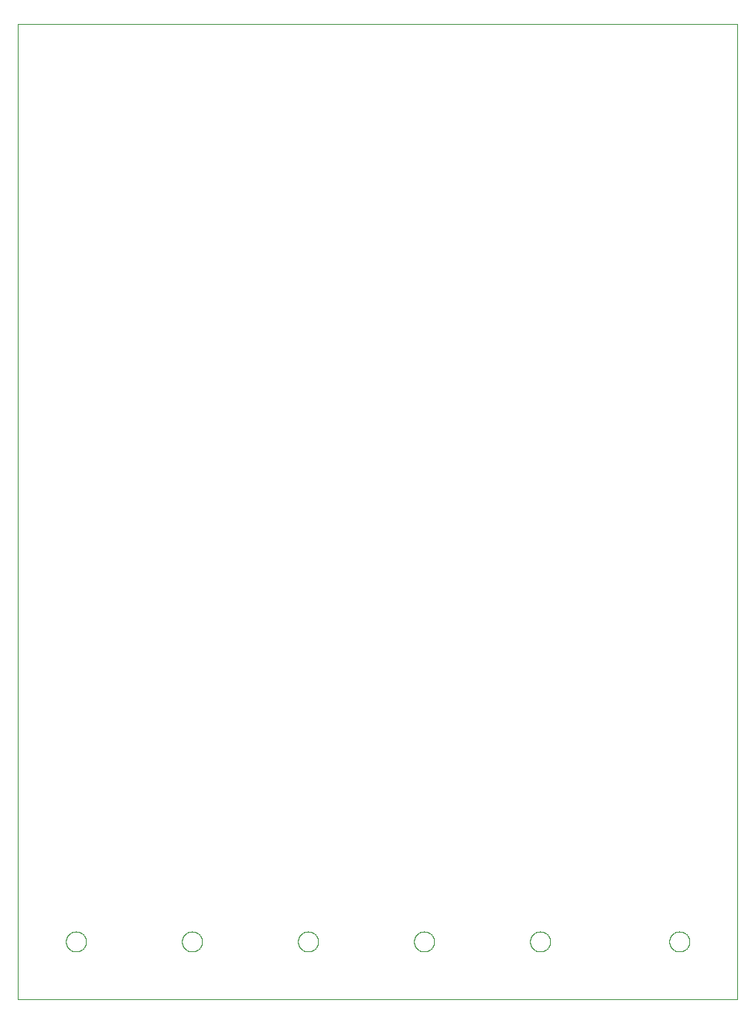
<source format=gbp>
G75*
%MOIN*%
%OFA0B0*%
%FSLAX25Y25*%
%IPPOS*%
%LPD*%
%AMOC8*
5,1,8,0,0,1.08239X$1,22.5*
%
%ADD10C,0.00000*%
D10*
X0001800Y0001800D02*
X0001800Y0421800D01*
X0311721Y0421800D01*
X0311721Y0001800D01*
X0001800Y0001800D01*
X0022469Y0026800D02*
X0022471Y0026931D01*
X0022477Y0027063D01*
X0022487Y0027194D01*
X0022501Y0027325D01*
X0022519Y0027455D01*
X0022541Y0027584D01*
X0022566Y0027713D01*
X0022596Y0027841D01*
X0022630Y0027968D01*
X0022667Y0028095D01*
X0022708Y0028219D01*
X0022753Y0028343D01*
X0022802Y0028465D01*
X0022854Y0028586D01*
X0022910Y0028704D01*
X0022970Y0028822D01*
X0023033Y0028937D01*
X0023100Y0029050D01*
X0023170Y0029162D01*
X0023243Y0029271D01*
X0023319Y0029377D01*
X0023399Y0029482D01*
X0023482Y0029584D01*
X0023568Y0029683D01*
X0023657Y0029780D01*
X0023749Y0029874D01*
X0023844Y0029965D01*
X0023941Y0030054D01*
X0024041Y0030139D01*
X0024144Y0030221D01*
X0024249Y0030300D01*
X0024356Y0030376D01*
X0024466Y0030448D01*
X0024578Y0030517D01*
X0024692Y0030583D01*
X0024807Y0030645D01*
X0024925Y0030704D01*
X0025044Y0030759D01*
X0025165Y0030811D01*
X0025288Y0030858D01*
X0025412Y0030902D01*
X0025537Y0030943D01*
X0025663Y0030979D01*
X0025791Y0031012D01*
X0025919Y0031040D01*
X0026048Y0031065D01*
X0026178Y0031086D01*
X0026308Y0031103D01*
X0026439Y0031116D01*
X0026570Y0031125D01*
X0026701Y0031130D01*
X0026833Y0031131D01*
X0026964Y0031128D01*
X0027096Y0031121D01*
X0027227Y0031110D01*
X0027357Y0031095D01*
X0027487Y0031076D01*
X0027617Y0031053D01*
X0027745Y0031027D01*
X0027873Y0030996D01*
X0028000Y0030961D01*
X0028126Y0030923D01*
X0028250Y0030881D01*
X0028374Y0030835D01*
X0028495Y0030785D01*
X0028615Y0030732D01*
X0028734Y0030675D01*
X0028851Y0030615D01*
X0028965Y0030551D01*
X0029078Y0030483D01*
X0029189Y0030412D01*
X0029298Y0030338D01*
X0029404Y0030261D01*
X0029508Y0030180D01*
X0029609Y0030097D01*
X0029708Y0030010D01*
X0029804Y0029920D01*
X0029897Y0029827D01*
X0029988Y0029732D01*
X0030075Y0029634D01*
X0030160Y0029533D01*
X0030241Y0029430D01*
X0030319Y0029324D01*
X0030394Y0029216D01*
X0030466Y0029106D01*
X0030534Y0028994D01*
X0030599Y0028880D01*
X0030660Y0028763D01*
X0030718Y0028645D01*
X0030772Y0028525D01*
X0030823Y0028404D01*
X0030870Y0028281D01*
X0030913Y0028157D01*
X0030952Y0028032D01*
X0030988Y0027905D01*
X0031019Y0027777D01*
X0031047Y0027649D01*
X0031071Y0027520D01*
X0031091Y0027390D01*
X0031107Y0027259D01*
X0031119Y0027128D01*
X0031127Y0026997D01*
X0031131Y0026866D01*
X0031131Y0026734D01*
X0031127Y0026603D01*
X0031119Y0026472D01*
X0031107Y0026341D01*
X0031091Y0026210D01*
X0031071Y0026080D01*
X0031047Y0025951D01*
X0031019Y0025823D01*
X0030988Y0025695D01*
X0030952Y0025568D01*
X0030913Y0025443D01*
X0030870Y0025319D01*
X0030823Y0025196D01*
X0030772Y0025075D01*
X0030718Y0024955D01*
X0030660Y0024837D01*
X0030599Y0024720D01*
X0030534Y0024606D01*
X0030466Y0024494D01*
X0030394Y0024384D01*
X0030319Y0024276D01*
X0030241Y0024170D01*
X0030160Y0024067D01*
X0030075Y0023966D01*
X0029988Y0023868D01*
X0029897Y0023773D01*
X0029804Y0023680D01*
X0029708Y0023590D01*
X0029609Y0023503D01*
X0029508Y0023420D01*
X0029404Y0023339D01*
X0029298Y0023262D01*
X0029189Y0023188D01*
X0029078Y0023117D01*
X0028966Y0023049D01*
X0028851Y0022985D01*
X0028734Y0022925D01*
X0028615Y0022868D01*
X0028495Y0022815D01*
X0028374Y0022765D01*
X0028250Y0022719D01*
X0028126Y0022677D01*
X0028000Y0022639D01*
X0027873Y0022604D01*
X0027745Y0022573D01*
X0027617Y0022547D01*
X0027487Y0022524D01*
X0027357Y0022505D01*
X0027227Y0022490D01*
X0027096Y0022479D01*
X0026964Y0022472D01*
X0026833Y0022469D01*
X0026701Y0022470D01*
X0026570Y0022475D01*
X0026439Y0022484D01*
X0026308Y0022497D01*
X0026178Y0022514D01*
X0026048Y0022535D01*
X0025919Y0022560D01*
X0025791Y0022588D01*
X0025663Y0022621D01*
X0025537Y0022657D01*
X0025412Y0022698D01*
X0025288Y0022742D01*
X0025165Y0022789D01*
X0025044Y0022841D01*
X0024925Y0022896D01*
X0024807Y0022955D01*
X0024692Y0023017D01*
X0024578Y0023083D01*
X0024466Y0023152D01*
X0024356Y0023224D01*
X0024249Y0023300D01*
X0024144Y0023379D01*
X0024041Y0023461D01*
X0023941Y0023546D01*
X0023844Y0023635D01*
X0023749Y0023726D01*
X0023657Y0023820D01*
X0023568Y0023917D01*
X0023482Y0024016D01*
X0023399Y0024118D01*
X0023319Y0024223D01*
X0023243Y0024329D01*
X0023170Y0024438D01*
X0023100Y0024550D01*
X0023033Y0024663D01*
X0022970Y0024778D01*
X0022910Y0024896D01*
X0022854Y0025014D01*
X0022802Y0025135D01*
X0022753Y0025257D01*
X0022708Y0025381D01*
X0022667Y0025505D01*
X0022630Y0025632D01*
X0022596Y0025759D01*
X0022566Y0025887D01*
X0022541Y0026016D01*
X0022519Y0026145D01*
X0022501Y0026275D01*
X0022487Y0026406D01*
X0022477Y0026537D01*
X0022471Y0026669D01*
X0022469Y0026800D01*
X0072469Y0026800D02*
X0072471Y0026931D01*
X0072477Y0027063D01*
X0072487Y0027194D01*
X0072501Y0027325D01*
X0072519Y0027455D01*
X0072541Y0027584D01*
X0072566Y0027713D01*
X0072596Y0027841D01*
X0072630Y0027968D01*
X0072667Y0028095D01*
X0072708Y0028219D01*
X0072753Y0028343D01*
X0072802Y0028465D01*
X0072854Y0028586D01*
X0072910Y0028704D01*
X0072970Y0028822D01*
X0073033Y0028937D01*
X0073100Y0029050D01*
X0073170Y0029162D01*
X0073243Y0029271D01*
X0073319Y0029377D01*
X0073399Y0029482D01*
X0073482Y0029584D01*
X0073568Y0029683D01*
X0073657Y0029780D01*
X0073749Y0029874D01*
X0073844Y0029965D01*
X0073941Y0030054D01*
X0074041Y0030139D01*
X0074144Y0030221D01*
X0074249Y0030300D01*
X0074356Y0030376D01*
X0074466Y0030448D01*
X0074578Y0030517D01*
X0074692Y0030583D01*
X0074807Y0030645D01*
X0074925Y0030704D01*
X0075044Y0030759D01*
X0075165Y0030811D01*
X0075288Y0030858D01*
X0075412Y0030902D01*
X0075537Y0030943D01*
X0075663Y0030979D01*
X0075791Y0031012D01*
X0075919Y0031040D01*
X0076048Y0031065D01*
X0076178Y0031086D01*
X0076308Y0031103D01*
X0076439Y0031116D01*
X0076570Y0031125D01*
X0076701Y0031130D01*
X0076833Y0031131D01*
X0076964Y0031128D01*
X0077096Y0031121D01*
X0077227Y0031110D01*
X0077357Y0031095D01*
X0077487Y0031076D01*
X0077617Y0031053D01*
X0077745Y0031027D01*
X0077873Y0030996D01*
X0078000Y0030961D01*
X0078126Y0030923D01*
X0078250Y0030881D01*
X0078374Y0030835D01*
X0078495Y0030785D01*
X0078615Y0030732D01*
X0078734Y0030675D01*
X0078851Y0030615D01*
X0078965Y0030551D01*
X0079078Y0030483D01*
X0079189Y0030412D01*
X0079298Y0030338D01*
X0079404Y0030261D01*
X0079508Y0030180D01*
X0079609Y0030097D01*
X0079708Y0030010D01*
X0079804Y0029920D01*
X0079897Y0029827D01*
X0079988Y0029732D01*
X0080075Y0029634D01*
X0080160Y0029533D01*
X0080241Y0029430D01*
X0080319Y0029324D01*
X0080394Y0029216D01*
X0080466Y0029106D01*
X0080534Y0028994D01*
X0080599Y0028880D01*
X0080660Y0028763D01*
X0080718Y0028645D01*
X0080772Y0028525D01*
X0080823Y0028404D01*
X0080870Y0028281D01*
X0080913Y0028157D01*
X0080952Y0028032D01*
X0080988Y0027905D01*
X0081019Y0027777D01*
X0081047Y0027649D01*
X0081071Y0027520D01*
X0081091Y0027390D01*
X0081107Y0027259D01*
X0081119Y0027128D01*
X0081127Y0026997D01*
X0081131Y0026866D01*
X0081131Y0026734D01*
X0081127Y0026603D01*
X0081119Y0026472D01*
X0081107Y0026341D01*
X0081091Y0026210D01*
X0081071Y0026080D01*
X0081047Y0025951D01*
X0081019Y0025823D01*
X0080988Y0025695D01*
X0080952Y0025568D01*
X0080913Y0025443D01*
X0080870Y0025319D01*
X0080823Y0025196D01*
X0080772Y0025075D01*
X0080718Y0024955D01*
X0080660Y0024837D01*
X0080599Y0024720D01*
X0080534Y0024606D01*
X0080466Y0024494D01*
X0080394Y0024384D01*
X0080319Y0024276D01*
X0080241Y0024170D01*
X0080160Y0024067D01*
X0080075Y0023966D01*
X0079988Y0023868D01*
X0079897Y0023773D01*
X0079804Y0023680D01*
X0079708Y0023590D01*
X0079609Y0023503D01*
X0079508Y0023420D01*
X0079404Y0023339D01*
X0079298Y0023262D01*
X0079189Y0023188D01*
X0079078Y0023117D01*
X0078966Y0023049D01*
X0078851Y0022985D01*
X0078734Y0022925D01*
X0078615Y0022868D01*
X0078495Y0022815D01*
X0078374Y0022765D01*
X0078250Y0022719D01*
X0078126Y0022677D01*
X0078000Y0022639D01*
X0077873Y0022604D01*
X0077745Y0022573D01*
X0077617Y0022547D01*
X0077487Y0022524D01*
X0077357Y0022505D01*
X0077227Y0022490D01*
X0077096Y0022479D01*
X0076964Y0022472D01*
X0076833Y0022469D01*
X0076701Y0022470D01*
X0076570Y0022475D01*
X0076439Y0022484D01*
X0076308Y0022497D01*
X0076178Y0022514D01*
X0076048Y0022535D01*
X0075919Y0022560D01*
X0075791Y0022588D01*
X0075663Y0022621D01*
X0075537Y0022657D01*
X0075412Y0022698D01*
X0075288Y0022742D01*
X0075165Y0022789D01*
X0075044Y0022841D01*
X0074925Y0022896D01*
X0074807Y0022955D01*
X0074692Y0023017D01*
X0074578Y0023083D01*
X0074466Y0023152D01*
X0074356Y0023224D01*
X0074249Y0023300D01*
X0074144Y0023379D01*
X0074041Y0023461D01*
X0073941Y0023546D01*
X0073844Y0023635D01*
X0073749Y0023726D01*
X0073657Y0023820D01*
X0073568Y0023917D01*
X0073482Y0024016D01*
X0073399Y0024118D01*
X0073319Y0024223D01*
X0073243Y0024329D01*
X0073170Y0024438D01*
X0073100Y0024550D01*
X0073033Y0024663D01*
X0072970Y0024778D01*
X0072910Y0024896D01*
X0072854Y0025014D01*
X0072802Y0025135D01*
X0072753Y0025257D01*
X0072708Y0025381D01*
X0072667Y0025505D01*
X0072630Y0025632D01*
X0072596Y0025759D01*
X0072566Y0025887D01*
X0072541Y0026016D01*
X0072519Y0026145D01*
X0072501Y0026275D01*
X0072487Y0026406D01*
X0072477Y0026537D01*
X0072471Y0026669D01*
X0072469Y0026800D01*
X0122469Y0026800D02*
X0122471Y0026931D01*
X0122477Y0027063D01*
X0122487Y0027194D01*
X0122501Y0027325D01*
X0122519Y0027455D01*
X0122541Y0027584D01*
X0122566Y0027713D01*
X0122596Y0027841D01*
X0122630Y0027968D01*
X0122667Y0028095D01*
X0122708Y0028219D01*
X0122753Y0028343D01*
X0122802Y0028465D01*
X0122854Y0028586D01*
X0122910Y0028704D01*
X0122970Y0028822D01*
X0123033Y0028937D01*
X0123100Y0029050D01*
X0123170Y0029162D01*
X0123243Y0029271D01*
X0123319Y0029377D01*
X0123399Y0029482D01*
X0123482Y0029584D01*
X0123568Y0029683D01*
X0123657Y0029780D01*
X0123749Y0029874D01*
X0123844Y0029965D01*
X0123941Y0030054D01*
X0124041Y0030139D01*
X0124144Y0030221D01*
X0124249Y0030300D01*
X0124356Y0030376D01*
X0124466Y0030448D01*
X0124578Y0030517D01*
X0124692Y0030583D01*
X0124807Y0030645D01*
X0124925Y0030704D01*
X0125044Y0030759D01*
X0125165Y0030811D01*
X0125288Y0030858D01*
X0125412Y0030902D01*
X0125537Y0030943D01*
X0125663Y0030979D01*
X0125791Y0031012D01*
X0125919Y0031040D01*
X0126048Y0031065D01*
X0126178Y0031086D01*
X0126308Y0031103D01*
X0126439Y0031116D01*
X0126570Y0031125D01*
X0126701Y0031130D01*
X0126833Y0031131D01*
X0126964Y0031128D01*
X0127096Y0031121D01*
X0127227Y0031110D01*
X0127357Y0031095D01*
X0127487Y0031076D01*
X0127617Y0031053D01*
X0127745Y0031027D01*
X0127873Y0030996D01*
X0128000Y0030961D01*
X0128126Y0030923D01*
X0128250Y0030881D01*
X0128374Y0030835D01*
X0128495Y0030785D01*
X0128615Y0030732D01*
X0128734Y0030675D01*
X0128851Y0030615D01*
X0128965Y0030551D01*
X0129078Y0030483D01*
X0129189Y0030412D01*
X0129298Y0030338D01*
X0129404Y0030261D01*
X0129508Y0030180D01*
X0129609Y0030097D01*
X0129708Y0030010D01*
X0129804Y0029920D01*
X0129897Y0029827D01*
X0129988Y0029732D01*
X0130075Y0029634D01*
X0130160Y0029533D01*
X0130241Y0029430D01*
X0130319Y0029324D01*
X0130394Y0029216D01*
X0130466Y0029106D01*
X0130534Y0028994D01*
X0130599Y0028880D01*
X0130660Y0028763D01*
X0130718Y0028645D01*
X0130772Y0028525D01*
X0130823Y0028404D01*
X0130870Y0028281D01*
X0130913Y0028157D01*
X0130952Y0028032D01*
X0130988Y0027905D01*
X0131019Y0027777D01*
X0131047Y0027649D01*
X0131071Y0027520D01*
X0131091Y0027390D01*
X0131107Y0027259D01*
X0131119Y0027128D01*
X0131127Y0026997D01*
X0131131Y0026866D01*
X0131131Y0026734D01*
X0131127Y0026603D01*
X0131119Y0026472D01*
X0131107Y0026341D01*
X0131091Y0026210D01*
X0131071Y0026080D01*
X0131047Y0025951D01*
X0131019Y0025823D01*
X0130988Y0025695D01*
X0130952Y0025568D01*
X0130913Y0025443D01*
X0130870Y0025319D01*
X0130823Y0025196D01*
X0130772Y0025075D01*
X0130718Y0024955D01*
X0130660Y0024837D01*
X0130599Y0024720D01*
X0130534Y0024606D01*
X0130466Y0024494D01*
X0130394Y0024384D01*
X0130319Y0024276D01*
X0130241Y0024170D01*
X0130160Y0024067D01*
X0130075Y0023966D01*
X0129988Y0023868D01*
X0129897Y0023773D01*
X0129804Y0023680D01*
X0129708Y0023590D01*
X0129609Y0023503D01*
X0129508Y0023420D01*
X0129404Y0023339D01*
X0129298Y0023262D01*
X0129189Y0023188D01*
X0129078Y0023117D01*
X0128966Y0023049D01*
X0128851Y0022985D01*
X0128734Y0022925D01*
X0128615Y0022868D01*
X0128495Y0022815D01*
X0128374Y0022765D01*
X0128250Y0022719D01*
X0128126Y0022677D01*
X0128000Y0022639D01*
X0127873Y0022604D01*
X0127745Y0022573D01*
X0127617Y0022547D01*
X0127487Y0022524D01*
X0127357Y0022505D01*
X0127227Y0022490D01*
X0127096Y0022479D01*
X0126964Y0022472D01*
X0126833Y0022469D01*
X0126701Y0022470D01*
X0126570Y0022475D01*
X0126439Y0022484D01*
X0126308Y0022497D01*
X0126178Y0022514D01*
X0126048Y0022535D01*
X0125919Y0022560D01*
X0125791Y0022588D01*
X0125663Y0022621D01*
X0125537Y0022657D01*
X0125412Y0022698D01*
X0125288Y0022742D01*
X0125165Y0022789D01*
X0125044Y0022841D01*
X0124925Y0022896D01*
X0124807Y0022955D01*
X0124692Y0023017D01*
X0124578Y0023083D01*
X0124466Y0023152D01*
X0124356Y0023224D01*
X0124249Y0023300D01*
X0124144Y0023379D01*
X0124041Y0023461D01*
X0123941Y0023546D01*
X0123844Y0023635D01*
X0123749Y0023726D01*
X0123657Y0023820D01*
X0123568Y0023917D01*
X0123482Y0024016D01*
X0123399Y0024118D01*
X0123319Y0024223D01*
X0123243Y0024329D01*
X0123170Y0024438D01*
X0123100Y0024550D01*
X0123033Y0024663D01*
X0122970Y0024778D01*
X0122910Y0024896D01*
X0122854Y0025014D01*
X0122802Y0025135D01*
X0122753Y0025257D01*
X0122708Y0025381D01*
X0122667Y0025505D01*
X0122630Y0025632D01*
X0122596Y0025759D01*
X0122566Y0025887D01*
X0122541Y0026016D01*
X0122519Y0026145D01*
X0122501Y0026275D01*
X0122487Y0026406D01*
X0122477Y0026537D01*
X0122471Y0026669D01*
X0122469Y0026800D01*
X0172469Y0026800D02*
X0172471Y0026931D01*
X0172477Y0027063D01*
X0172487Y0027194D01*
X0172501Y0027325D01*
X0172519Y0027455D01*
X0172541Y0027584D01*
X0172566Y0027713D01*
X0172596Y0027841D01*
X0172630Y0027968D01*
X0172667Y0028095D01*
X0172708Y0028219D01*
X0172753Y0028343D01*
X0172802Y0028465D01*
X0172854Y0028586D01*
X0172910Y0028704D01*
X0172970Y0028822D01*
X0173033Y0028937D01*
X0173100Y0029050D01*
X0173170Y0029162D01*
X0173243Y0029271D01*
X0173319Y0029377D01*
X0173399Y0029482D01*
X0173482Y0029584D01*
X0173568Y0029683D01*
X0173657Y0029780D01*
X0173749Y0029874D01*
X0173844Y0029965D01*
X0173941Y0030054D01*
X0174041Y0030139D01*
X0174144Y0030221D01*
X0174249Y0030300D01*
X0174356Y0030376D01*
X0174466Y0030448D01*
X0174578Y0030517D01*
X0174692Y0030583D01*
X0174807Y0030645D01*
X0174925Y0030704D01*
X0175044Y0030759D01*
X0175165Y0030811D01*
X0175288Y0030858D01*
X0175412Y0030902D01*
X0175537Y0030943D01*
X0175663Y0030979D01*
X0175791Y0031012D01*
X0175919Y0031040D01*
X0176048Y0031065D01*
X0176178Y0031086D01*
X0176308Y0031103D01*
X0176439Y0031116D01*
X0176570Y0031125D01*
X0176701Y0031130D01*
X0176833Y0031131D01*
X0176964Y0031128D01*
X0177096Y0031121D01*
X0177227Y0031110D01*
X0177357Y0031095D01*
X0177487Y0031076D01*
X0177617Y0031053D01*
X0177745Y0031027D01*
X0177873Y0030996D01*
X0178000Y0030961D01*
X0178126Y0030923D01*
X0178250Y0030881D01*
X0178374Y0030835D01*
X0178495Y0030785D01*
X0178615Y0030732D01*
X0178734Y0030675D01*
X0178851Y0030615D01*
X0178965Y0030551D01*
X0179078Y0030483D01*
X0179189Y0030412D01*
X0179298Y0030338D01*
X0179404Y0030261D01*
X0179508Y0030180D01*
X0179609Y0030097D01*
X0179708Y0030010D01*
X0179804Y0029920D01*
X0179897Y0029827D01*
X0179988Y0029732D01*
X0180075Y0029634D01*
X0180160Y0029533D01*
X0180241Y0029430D01*
X0180319Y0029324D01*
X0180394Y0029216D01*
X0180466Y0029106D01*
X0180534Y0028994D01*
X0180599Y0028880D01*
X0180660Y0028763D01*
X0180718Y0028645D01*
X0180772Y0028525D01*
X0180823Y0028404D01*
X0180870Y0028281D01*
X0180913Y0028157D01*
X0180952Y0028032D01*
X0180988Y0027905D01*
X0181019Y0027777D01*
X0181047Y0027649D01*
X0181071Y0027520D01*
X0181091Y0027390D01*
X0181107Y0027259D01*
X0181119Y0027128D01*
X0181127Y0026997D01*
X0181131Y0026866D01*
X0181131Y0026734D01*
X0181127Y0026603D01*
X0181119Y0026472D01*
X0181107Y0026341D01*
X0181091Y0026210D01*
X0181071Y0026080D01*
X0181047Y0025951D01*
X0181019Y0025823D01*
X0180988Y0025695D01*
X0180952Y0025568D01*
X0180913Y0025443D01*
X0180870Y0025319D01*
X0180823Y0025196D01*
X0180772Y0025075D01*
X0180718Y0024955D01*
X0180660Y0024837D01*
X0180599Y0024720D01*
X0180534Y0024606D01*
X0180466Y0024494D01*
X0180394Y0024384D01*
X0180319Y0024276D01*
X0180241Y0024170D01*
X0180160Y0024067D01*
X0180075Y0023966D01*
X0179988Y0023868D01*
X0179897Y0023773D01*
X0179804Y0023680D01*
X0179708Y0023590D01*
X0179609Y0023503D01*
X0179508Y0023420D01*
X0179404Y0023339D01*
X0179298Y0023262D01*
X0179189Y0023188D01*
X0179078Y0023117D01*
X0178966Y0023049D01*
X0178851Y0022985D01*
X0178734Y0022925D01*
X0178615Y0022868D01*
X0178495Y0022815D01*
X0178374Y0022765D01*
X0178250Y0022719D01*
X0178126Y0022677D01*
X0178000Y0022639D01*
X0177873Y0022604D01*
X0177745Y0022573D01*
X0177617Y0022547D01*
X0177487Y0022524D01*
X0177357Y0022505D01*
X0177227Y0022490D01*
X0177096Y0022479D01*
X0176964Y0022472D01*
X0176833Y0022469D01*
X0176701Y0022470D01*
X0176570Y0022475D01*
X0176439Y0022484D01*
X0176308Y0022497D01*
X0176178Y0022514D01*
X0176048Y0022535D01*
X0175919Y0022560D01*
X0175791Y0022588D01*
X0175663Y0022621D01*
X0175537Y0022657D01*
X0175412Y0022698D01*
X0175288Y0022742D01*
X0175165Y0022789D01*
X0175044Y0022841D01*
X0174925Y0022896D01*
X0174807Y0022955D01*
X0174692Y0023017D01*
X0174578Y0023083D01*
X0174466Y0023152D01*
X0174356Y0023224D01*
X0174249Y0023300D01*
X0174144Y0023379D01*
X0174041Y0023461D01*
X0173941Y0023546D01*
X0173844Y0023635D01*
X0173749Y0023726D01*
X0173657Y0023820D01*
X0173568Y0023917D01*
X0173482Y0024016D01*
X0173399Y0024118D01*
X0173319Y0024223D01*
X0173243Y0024329D01*
X0173170Y0024438D01*
X0173100Y0024550D01*
X0173033Y0024663D01*
X0172970Y0024778D01*
X0172910Y0024896D01*
X0172854Y0025014D01*
X0172802Y0025135D01*
X0172753Y0025257D01*
X0172708Y0025381D01*
X0172667Y0025505D01*
X0172630Y0025632D01*
X0172596Y0025759D01*
X0172566Y0025887D01*
X0172541Y0026016D01*
X0172519Y0026145D01*
X0172501Y0026275D01*
X0172487Y0026406D01*
X0172477Y0026537D01*
X0172471Y0026669D01*
X0172469Y0026800D01*
X0222469Y0026800D02*
X0222471Y0026931D01*
X0222477Y0027063D01*
X0222487Y0027194D01*
X0222501Y0027325D01*
X0222519Y0027455D01*
X0222541Y0027584D01*
X0222566Y0027713D01*
X0222596Y0027841D01*
X0222630Y0027968D01*
X0222667Y0028095D01*
X0222708Y0028219D01*
X0222753Y0028343D01*
X0222802Y0028465D01*
X0222854Y0028586D01*
X0222910Y0028704D01*
X0222970Y0028822D01*
X0223033Y0028937D01*
X0223100Y0029050D01*
X0223170Y0029162D01*
X0223243Y0029271D01*
X0223319Y0029377D01*
X0223399Y0029482D01*
X0223482Y0029584D01*
X0223568Y0029683D01*
X0223657Y0029780D01*
X0223749Y0029874D01*
X0223844Y0029965D01*
X0223941Y0030054D01*
X0224041Y0030139D01*
X0224144Y0030221D01*
X0224249Y0030300D01*
X0224356Y0030376D01*
X0224466Y0030448D01*
X0224578Y0030517D01*
X0224692Y0030583D01*
X0224807Y0030645D01*
X0224925Y0030704D01*
X0225044Y0030759D01*
X0225165Y0030811D01*
X0225288Y0030858D01*
X0225412Y0030902D01*
X0225537Y0030943D01*
X0225663Y0030979D01*
X0225791Y0031012D01*
X0225919Y0031040D01*
X0226048Y0031065D01*
X0226178Y0031086D01*
X0226308Y0031103D01*
X0226439Y0031116D01*
X0226570Y0031125D01*
X0226701Y0031130D01*
X0226833Y0031131D01*
X0226964Y0031128D01*
X0227096Y0031121D01*
X0227227Y0031110D01*
X0227357Y0031095D01*
X0227487Y0031076D01*
X0227617Y0031053D01*
X0227745Y0031027D01*
X0227873Y0030996D01*
X0228000Y0030961D01*
X0228126Y0030923D01*
X0228250Y0030881D01*
X0228374Y0030835D01*
X0228495Y0030785D01*
X0228615Y0030732D01*
X0228734Y0030675D01*
X0228851Y0030615D01*
X0228965Y0030551D01*
X0229078Y0030483D01*
X0229189Y0030412D01*
X0229298Y0030338D01*
X0229404Y0030261D01*
X0229508Y0030180D01*
X0229609Y0030097D01*
X0229708Y0030010D01*
X0229804Y0029920D01*
X0229897Y0029827D01*
X0229988Y0029732D01*
X0230075Y0029634D01*
X0230160Y0029533D01*
X0230241Y0029430D01*
X0230319Y0029324D01*
X0230394Y0029216D01*
X0230466Y0029106D01*
X0230534Y0028994D01*
X0230599Y0028880D01*
X0230660Y0028763D01*
X0230718Y0028645D01*
X0230772Y0028525D01*
X0230823Y0028404D01*
X0230870Y0028281D01*
X0230913Y0028157D01*
X0230952Y0028032D01*
X0230988Y0027905D01*
X0231019Y0027777D01*
X0231047Y0027649D01*
X0231071Y0027520D01*
X0231091Y0027390D01*
X0231107Y0027259D01*
X0231119Y0027128D01*
X0231127Y0026997D01*
X0231131Y0026866D01*
X0231131Y0026734D01*
X0231127Y0026603D01*
X0231119Y0026472D01*
X0231107Y0026341D01*
X0231091Y0026210D01*
X0231071Y0026080D01*
X0231047Y0025951D01*
X0231019Y0025823D01*
X0230988Y0025695D01*
X0230952Y0025568D01*
X0230913Y0025443D01*
X0230870Y0025319D01*
X0230823Y0025196D01*
X0230772Y0025075D01*
X0230718Y0024955D01*
X0230660Y0024837D01*
X0230599Y0024720D01*
X0230534Y0024606D01*
X0230466Y0024494D01*
X0230394Y0024384D01*
X0230319Y0024276D01*
X0230241Y0024170D01*
X0230160Y0024067D01*
X0230075Y0023966D01*
X0229988Y0023868D01*
X0229897Y0023773D01*
X0229804Y0023680D01*
X0229708Y0023590D01*
X0229609Y0023503D01*
X0229508Y0023420D01*
X0229404Y0023339D01*
X0229298Y0023262D01*
X0229189Y0023188D01*
X0229078Y0023117D01*
X0228966Y0023049D01*
X0228851Y0022985D01*
X0228734Y0022925D01*
X0228615Y0022868D01*
X0228495Y0022815D01*
X0228374Y0022765D01*
X0228250Y0022719D01*
X0228126Y0022677D01*
X0228000Y0022639D01*
X0227873Y0022604D01*
X0227745Y0022573D01*
X0227617Y0022547D01*
X0227487Y0022524D01*
X0227357Y0022505D01*
X0227227Y0022490D01*
X0227096Y0022479D01*
X0226964Y0022472D01*
X0226833Y0022469D01*
X0226701Y0022470D01*
X0226570Y0022475D01*
X0226439Y0022484D01*
X0226308Y0022497D01*
X0226178Y0022514D01*
X0226048Y0022535D01*
X0225919Y0022560D01*
X0225791Y0022588D01*
X0225663Y0022621D01*
X0225537Y0022657D01*
X0225412Y0022698D01*
X0225288Y0022742D01*
X0225165Y0022789D01*
X0225044Y0022841D01*
X0224925Y0022896D01*
X0224807Y0022955D01*
X0224692Y0023017D01*
X0224578Y0023083D01*
X0224466Y0023152D01*
X0224356Y0023224D01*
X0224249Y0023300D01*
X0224144Y0023379D01*
X0224041Y0023461D01*
X0223941Y0023546D01*
X0223844Y0023635D01*
X0223749Y0023726D01*
X0223657Y0023820D01*
X0223568Y0023917D01*
X0223482Y0024016D01*
X0223399Y0024118D01*
X0223319Y0024223D01*
X0223243Y0024329D01*
X0223170Y0024438D01*
X0223100Y0024550D01*
X0223033Y0024663D01*
X0222970Y0024778D01*
X0222910Y0024896D01*
X0222854Y0025014D01*
X0222802Y0025135D01*
X0222753Y0025257D01*
X0222708Y0025381D01*
X0222667Y0025505D01*
X0222630Y0025632D01*
X0222596Y0025759D01*
X0222566Y0025887D01*
X0222541Y0026016D01*
X0222519Y0026145D01*
X0222501Y0026275D01*
X0222487Y0026406D01*
X0222477Y0026537D01*
X0222471Y0026669D01*
X0222469Y0026800D01*
X0282469Y0026800D02*
X0282471Y0026931D01*
X0282477Y0027063D01*
X0282487Y0027194D01*
X0282501Y0027325D01*
X0282519Y0027455D01*
X0282541Y0027584D01*
X0282566Y0027713D01*
X0282596Y0027841D01*
X0282630Y0027968D01*
X0282667Y0028095D01*
X0282708Y0028219D01*
X0282753Y0028343D01*
X0282802Y0028465D01*
X0282854Y0028586D01*
X0282910Y0028704D01*
X0282970Y0028822D01*
X0283033Y0028937D01*
X0283100Y0029050D01*
X0283170Y0029162D01*
X0283243Y0029271D01*
X0283319Y0029377D01*
X0283399Y0029482D01*
X0283482Y0029584D01*
X0283568Y0029683D01*
X0283657Y0029780D01*
X0283749Y0029874D01*
X0283844Y0029965D01*
X0283941Y0030054D01*
X0284041Y0030139D01*
X0284144Y0030221D01*
X0284249Y0030300D01*
X0284356Y0030376D01*
X0284466Y0030448D01*
X0284578Y0030517D01*
X0284692Y0030583D01*
X0284807Y0030645D01*
X0284925Y0030704D01*
X0285044Y0030759D01*
X0285165Y0030811D01*
X0285288Y0030858D01*
X0285412Y0030902D01*
X0285537Y0030943D01*
X0285663Y0030979D01*
X0285791Y0031012D01*
X0285919Y0031040D01*
X0286048Y0031065D01*
X0286178Y0031086D01*
X0286308Y0031103D01*
X0286439Y0031116D01*
X0286570Y0031125D01*
X0286701Y0031130D01*
X0286833Y0031131D01*
X0286964Y0031128D01*
X0287096Y0031121D01*
X0287227Y0031110D01*
X0287357Y0031095D01*
X0287487Y0031076D01*
X0287617Y0031053D01*
X0287745Y0031027D01*
X0287873Y0030996D01*
X0288000Y0030961D01*
X0288126Y0030923D01*
X0288250Y0030881D01*
X0288374Y0030835D01*
X0288495Y0030785D01*
X0288615Y0030732D01*
X0288734Y0030675D01*
X0288851Y0030615D01*
X0288965Y0030551D01*
X0289078Y0030483D01*
X0289189Y0030412D01*
X0289298Y0030338D01*
X0289404Y0030261D01*
X0289508Y0030180D01*
X0289609Y0030097D01*
X0289708Y0030010D01*
X0289804Y0029920D01*
X0289897Y0029827D01*
X0289988Y0029732D01*
X0290075Y0029634D01*
X0290160Y0029533D01*
X0290241Y0029430D01*
X0290319Y0029324D01*
X0290394Y0029216D01*
X0290466Y0029106D01*
X0290534Y0028994D01*
X0290599Y0028880D01*
X0290660Y0028763D01*
X0290718Y0028645D01*
X0290772Y0028525D01*
X0290823Y0028404D01*
X0290870Y0028281D01*
X0290913Y0028157D01*
X0290952Y0028032D01*
X0290988Y0027905D01*
X0291019Y0027777D01*
X0291047Y0027649D01*
X0291071Y0027520D01*
X0291091Y0027390D01*
X0291107Y0027259D01*
X0291119Y0027128D01*
X0291127Y0026997D01*
X0291131Y0026866D01*
X0291131Y0026734D01*
X0291127Y0026603D01*
X0291119Y0026472D01*
X0291107Y0026341D01*
X0291091Y0026210D01*
X0291071Y0026080D01*
X0291047Y0025951D01*
X0291019Y0025823D01*
X0290988Y0025695D01*
X0290952Y0025568D01*
X0290913Y0025443D01*
X0290870Y0025319D01*
X0290823Y0025196D01*
X0290772Y0025075D01*
X0290718Y0024955D01*
X0290660Y0024837D01*
X0290599Y0024720D01*
X0290534Y0024606D01*
X0290466Y0024494D01*
X0290394Y0024384D01*
X0290319Y0024276D01*
X0290241Y0024170D01*
X0290160Y0024067D01*
X0290075Y0023966D01*
X0289988Y0023868D01*
X0289897Y0023773D01*
X0289804Y0023680D01*
X0289708Y0023590D01*
X0289609Y0023503D01*
X0289508Y0023420D01*
X0289404Y0023339D01*
X0289298Y0023262D01*
X0289189Y0023188D01*
X0289078Y0023117D01*
X0288966Y0023049D01*
X0288851Y0022985D01*
X0288734Y0022925D01*
X0288615Y0022868D01*
X0288495Y0022815D01*
X0288374Y0022765D01*
X0288250Y0022719D01*
X0288126Y0022677D01*
X0288000Y0022639D01*
X0287873Y0022604D01*
X0287745Y0022573D01*
X0287617Y0022547D01*
X0287487Y0022524D01*
X0287357Y0022505D01*
X0287227Y0022490D01*
X0287096Y0022479D01*
X0286964Y0022472D01*
X0286833Y0022469D01*
X0286701Y0022470D01*
X0286570Y0022475D01*
X0286439Y0022484D01*
X0286308Y0022497D01*
X0286178Y0022514D01*
X0286048Y0022535D01*
X0285919Y0022560D01*
X0285791Y0022588D01*
X0285663Y0022621D01*
X0285537Y0022657D01*
X0285412Y0022698D01*
X0285288Y0022742D01*
X0285165Y0022789D01*
X0285044Y0022841D01*
X0284925Y0022896D01*
X0284807Y0022955D01*
X0284692Y0023017D01*
X0284578Y0023083D01*
X0284466Y0023152D01*
X0284356Y0023224D01*
X0284249Y0023300D01*
X0284144Y0023379D01*
X0284041Y0023461D01*
X0283941Y0023546D01*
X0283844Y0023635D01*
X0283749Y0023726D01*
X0283657Y0023820D01*
X0283568Y0023917D01*
X0283482Y0024016D01*
X0283399Y0024118D01*
X0283319Y0024223D01*
X0283243Y0024329D01*
X0283170Y0024438D01*
X0283100Y0024550D01*
X0283033Y0024663D01*
X0282970Y0024778D01*
X0282910Y0024896D01*
X0282854Y0025014D01*
X0282802Y0025135D01*
X0282753Y0025257D01*
X0282708Y0025381D01*
X0282667Y0025505D01*
X0282630Y0025632D01*
X0282596Y0025759D01*
X0282566Y0025887D01*
X0282541Y0026016D01*
X0282519Y0026145D01*
X0282501Y0026275D01*
X0282487Y0026406D01*
X0282477Y0026537D01*
X0282471Y0026669D01*
X0282469Y0026800D01*
M02*

</source>
